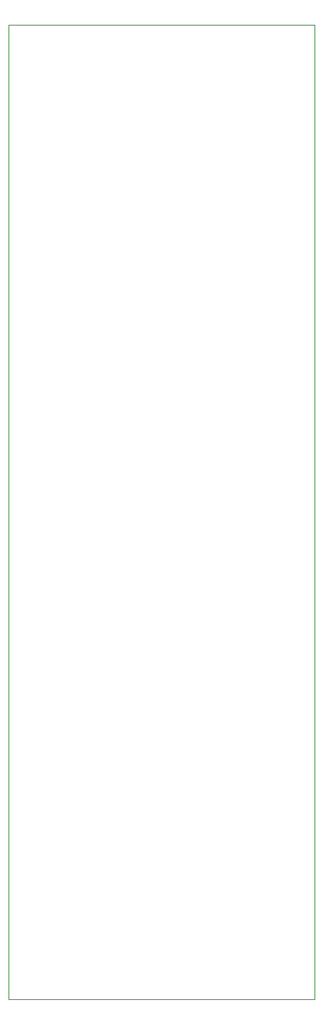
<source format=gbr>
%TF.GenerationSoftware,KiCad,Pcbnew,(6.0.10-0)*%
%TF.CreationDate,2023-01-16T20:28:57+10:30*%
%TF.ProjectId,BLE_Module_Front_Board,424c455f-4d6f-4647-956c-655f46726f6e,rev?*%
%TF.SameCoordinates,Original*%
%TF.FileFunction,Profile,NP*%
%FSLAX46Y46*%
G04 Gerber Fmt 4.6, Leading zero omitted, Abs format (unit mm)*
G04 Created by KiCad (PCBNEW (6.0.10-0)) date 2023-01-16 20:28:57*
%MOMM*%
%LPD*%
G01*
G04 APERTURE LIST*
%TA.AperFunction,Profile*%
%ADD10C,0.100000*%
%TD*%
G04 APERTURE END LIST*
D10*
X0Y0D02*
X33605000Y0D01*
X33605000Y0D02*
X33605000Y-106500000D01*
X33605000Y-106500000D02*
X0Y-106500000D01*
X0Y-106500000D02*
X0Y0D01*
M02*

</source>
